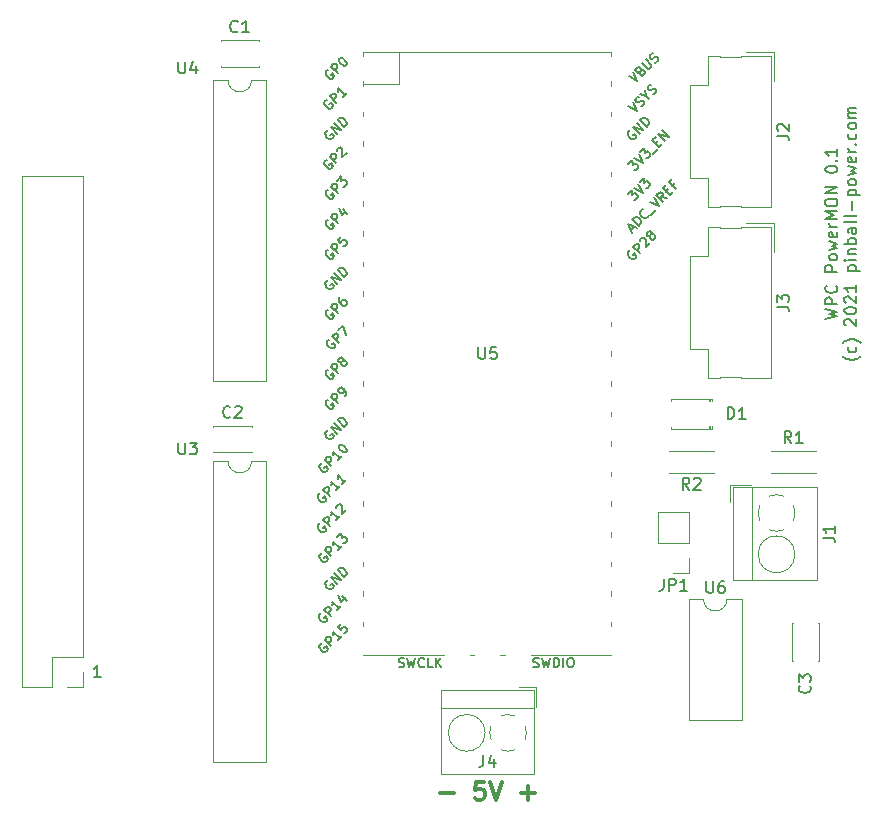
<source format=gbr>
%TF.GenerationSoftware,KiCad,Pcbnew,(5.99.0-13096-g792a8dca9d)*%
%TF.CreationDate,2021-11-07T07:43:55+01:00*%
%TF.ProjectId,wpcpowermon,77706370-6f77-4657-926d-6f6e2e6b6963,rev?*%
%TF.SameCoordinates,Original*%
%TF.FileFunction,Legend,Top*%
%TF.FilePolarity,Positive*%
%FSLAX46Y46*%
G04 Gerber Fmt 4.6, Leading zero omitted, Abs format (unit mm)*
G04 Created by KiCad (PCBNEW (5.99.0-13096-g792a8dca9d)) date 2021-11-07 07:43:55*
%MOMM*%
%LPD*%
G01*
G04 APERTURE LIST*
%ADD10C,0.300000*%
%ADD11C,0.150000*%
%ADD12C,0.120000*%
G04 APERTURE END LIST*
D10*
X117920000Y-127107142D02*
X119062857Y-127107142D01*
X121634285Y-126178571D02*
X120920000Y-126178571D01*
X120848571Y-126892857D01*
X120920000Y-126821428D01*
X121062857Y-126750000D01*
X121420000Y-126750000D01*
X121562857Y-126821428D01*
X121634285Y-126892857D01*
X121705714Y-127035714D01*
X121705714Y-127392857D01*
X121634285Y-127535714D01*
X121562857Y-127607142D01*
X121420000Y-127678571D01*
X121062857Y-127678571D01*
X120920000Y-127607142D01*
X120848571Y-127535714D01*
X122134285Y-126178571D02*
X122634285Y-127678571D01*
X123134285Y-126178571D01*
X124777142Y-127107142D02*
X125920000Y-127107142D01*
X125348571Y-127678571D02*
X125348571Y-126535714D01*
D11*
X89185714Y-117292380D02*
X88614285Y-117292380D01*
X88900000Y-117292380D02*
X88900000Y-116292380D01*
X88804761Y-116435238D01*
X88709523Y-116530476D01*
X88614285Y-116578095D01*
X150539380Y-86970285D02*
X151539380Y-86732190D01*
X150825095Y-86541714D01*
X151539380Y-86351238D01*
X150539380Y-86113142D01*
X151539380Y-85732190D02*
X150539380Y-85732190D01*
X150539380Y-85351238D01*
X150587000Y-85256000D01*
X150634619Y-85208380D01*
X150729857Y-85160761D01*
X150872714Y-85160761D01*
X150967952Y-85208380D01*
X151015571Y-85256000D01*
X151063190Y-85351238D01*
X151063190Y-85732190D01*
X151444142Y-84160761D02*
X151491761Y-84208380D01*
X151539380Y-84351238D01*
X151539380Y-84446476D01*
X151491761Y-84589333D01*
X151396523Y-84684571D01*
X151301285Y-84732190D01*
X151110809Y-84779809D01*
X150967952Y-84779809D01*
X150777476Y-84732190D01*
X150682238Y-84684571D01*
X150587000Y-84589333D01*
X150539380Y-84446476D01*
X150539380Y-84351238D01*
X150587000Y-84208380D01*
X150634619Y-84160761D01*
X151539380Y-82970285D02*
X150539380Y-82970285D01*
X150539380Y-82589333D01*
X150587000Y-82494095D01*
X150634619Y-82446476D01*
X150729857Y-82398857D01*
X150872714Y-82398857D01*
X150967952Y-82446476D01*
X151015571Y-82494095D01*
X151063190Y-82589333D01*
X151063190Y-82970285D01*
X151539380Y-81827428D02*
X151491761Y-81922666D01*
X151444142Y-81970285D01*
X151348904Y-82017904D01*
X151063190Y-82017904D01*
X150967952Y-81970285D01*
X150920333Y-81922666D01*
X150872714Y-81827428D01*
X150872714Y-81684571D01*
X150920333Y-81589333D01*
X150967952Y-81541714D01*
X151063190Y-81494095D01*
X151348904Y-81494095D01*
X151444142Y-81541714D01*
X151491761Y-81589333D01*
X151539380Y-81684571D01*
X151539380Y-81827428D01*
X150872714Y-81160761D02*
X151539380Y-80970285D01*
X151063190Y-80779809D01*
X151539380Y-80589333D01*
X150872714Y-80398857D01*
X151491761Y-79636952D02*
X151539380Y-79732190D01*
X151539380Y-79922666D01*
X151491761Y-80017904D01*
X151396523Y-80065523D01*
X151015571Y-80065523D01*
X150920333Y-80017904D01*
X150872714Y-79922666D01*
X150872714Y-79732190D01*
X150920333Y-79636952D01*
X151015571Y-79589333D01*
X151110809Y-79589333D01*
X151206047Y-80065523D01*
X151539380Y-79160761D02*
X150872714Y-79160761D01*
X151063190Y-79160761D02*
X150967952Y-79113142D01*
X150920333Y-79065523D01*
X150872714Y-78970285D01*
X150872714Y-78875047D01*
X151539380Y-78541714D02*
X150539380Y-78541714D01*
X151253666Y-78208380D01*
X150539380Y-77875047D01*
X151539380Y-77875047D01*
X150539380Y-77208380D02*
X150539380Y-77017904D01*
X150587000Y-76922666D01*
X150682238Y-76827428D01*
X150872714Y-76779809D01*
X151206047Y-76779809D01*
X151396523Y-76827428D01*
X151491761Y-76922666D01*
X151539380Y-77017904D01*
X151539380Y-77208380D01*
X151491761Y-77303619D01*
X151396523Y-77398857D01*
X151206047Y-77446476D01*
X150872714Y-77446476D01*
X150682238Y-77398857D01*
X150587000Y-77303619D01*
X150539380Y-77208380D01*
X151539380Y-76351238D02*
X150539380Y-76351238D01*
X151539380Y-75779809D01*
X150539380Y-75779809D01*
X150539380Y-74351238D02*
X150539380Y-74256000D01*
X150587000Y-74160761D01*
X150634619Y-74113142D01*
X150729857Y-74065523D01*
X150920333Y-74017904D01*
X151158428Y-74017904D01*
X151348904Y-74065523D01*
X151444142Y-74113142D01*
X151491761Y-74160761D01*
X151539380Y-74256000D01*
X151539380Y-74351238D01*
X151491761Y-74446476D01*
X151444142Y-74494095D01*
X151348904Y-74541714D01*
X151158428Y-74589333D01*
X150920333Y-74589333D01*
X150729857Y-74541714D01*
X150634619Y-74494095D01*
X150587000Y-74446476D01*
X150539380Y-74351238D01*
X151444142Y-73589333D02*
X151491761Y-73541714D01*
X151539380Y-73589333D01*
X151491761Y-73636952D01*
X151444142Y-73589333D01*
X151539380Y-73589333D01*
X151539380Y-72589333D02*
X151539380Y-73160761D01*
X151539380Y-72875047D02*
X150539380Y-72875047D01*
X150682238Y-72970285D01*
X150777476Y-73065523D01*
X150825095Y-73160761D01*
X153530333Y-90136952D02*
X153482714Y-90184571D01*
X153339857Y-90279809D01*
X153244619Y-90327428D01*
X153101761Y-90375047D01*
X152863666Y-90422666D01*
X152673190Y-90422666D01*
X152435095Y-90375047D01*
X152292238Y-90327428D01*
X152197000Y-90279809D01*
X152054142Y-90184571D01*
X152006523Y-90136952D01*
X153101761Y-89327428D02*
X153149380Y-89422666D01*
X153149380Y-89613142D01*
X153101761Y-89708380D01*
X153054142Y-89756000D01*
X152958904Y-89803619D01*
X152673190Y-89803619D01*
X152577952Y-89756000D01*
X152530333Y-89708380D01*
X152482714Y-89613142D01*
X152482714Y-89422666D01*
X152530333Y-89327428D01*
X153530333Y-88994095D02*
X153482714Y-88946476D01*
X153339857Y-88851238D01*
X153244619Y-88803619D01*
X153101761Y-88756000D01*
X152863666Y-88708380D01*
X152673190Y-88708380D01*
X152435095Y-88756000D01*
X152292238Y-88803619D01*
X152197000Y-88851238D01*
X152054142Y-88946476D01*
X152006523Y-88994095D01*
X152244619Y-87517904D02*
X152197000Y-87470285D01*
X152149380Y-87375047D01*
X152149380Y-87136952D01*
X152197000Y-87041714D01*
X152244619Y-86994095D01*
X152339857Y-86946476D01*
X152435095Y-86946476D01*
X152577952Y-86994095D01*
X153149380Y-87565523D01*
X153149380Y-86946476D01*
X152149380Y-86327428D02*
X152149380Y-86232190D01*
X152197000Y-86136952D01*
X152244619Y-86089333D01*
X152339857Y-86041714D01*
X152530333Y-85994095D01*
X152768428Y-85994095D01*
X152958904Y-86041714D01*
X153054142Y-86089333D01*
X153101761Y-86136952D01*
X153149380Y-86232190D01*
X153149380Y-86327428D01*
X153101761Y-86422666D01*
X153054142Y-86470285D01*
X152958904Y-86517904D01*
X152768428Y-86565523D01*
X152530333Y-86565523D01*
X152339857Y-86517904D01*
X152244619Y-86470285D01*
X152197000Y-86422666D01*
X152149380Y-86327428D01*
X152244619Y-85613142D02*
X152197000Y-85565523D01*
X152149380Y-85470285D01*
X152149380Y-85232190D01*
X152197000Y-85136952D01*
X152244619Y-85089333D01*
X152339857Y-85041714D01*
X152435095Y-85041714D01*
X152577952Y-85089333D01*
X153149380Y-85660761D01*
X153149380Y-85041714D01*
X153149380Y-84089333D02*
X153149380Y-84660761D01*
X153149380Y-84375047D02*
X152149380Y-84375047D01*
X152292238Y-84470285D01*
X152387476Y-84565523D01*
X152435095Y-84660761D01*
X152482714Y-82898857D02*
X153482714Y-82898857D01*
X152530333Y-82898857D02*
X152482714Y-82803619D01*
X152482714Y-82613142D01*
X152530333Y-82517904D01*
X152577952Y-82470285D01*
X152673190Y-82422666D01*
X152958904Y-82422666D01*
X153054142Y-82470285D01*
X153101761Y-82517904D01*
X153149380Y-82613142D01*
X153149380Y-82803619D01*
X153101761Y-82898857D01*
X153149380Y-81994095D02*
X152482714Y-81994095D01*
X152149380Y-81994095D02*
X152197000Y-82041714D01*
X152244619Y-81994095D01*
X152197000Y-81946476D01*
X152149380Y-81994095D01*
X152244619Y-81994095D01*
X152482714Y-81517904D02*
X153149380Y-81517904D01*
X152577952Y-81517904D02*
X152530333Y-81470285D01*
X152482714Y-81375047D01*
X152482714Y-81232190D01*
X152530333Y-81136952D01*
X152625571Y-81089333D01*
X153149380Y-81089333D01*
X153149380Y-80613142D02*
X152149380Y-80613142D01*
X152530333Y-80613142D02*
X152482714Y-80517904D01*
X152482714Y-80327428D01*
X152530333Y-80232190D01*
X152577952Y-80184571D01*
X152673190Y-80136952D01*
X152958904Y-80136952D01*
X153054142Y-80184571D01*
X153101761Y-80232190D01*
X153149380Y-80327428D01*
X153149380Y-80517904D01*
X153101761Y-80613142D01*
X153149380Y-79279809D02*
X152625571Y-79279809D01*
X152530333Y-79327428D01*
X152482714Y-79422666D01*
X152482714Y-79613142D01*
X152530333Y-79708380D01*
X153101761Y-79279809D02*
X153149380Y-79375047D01*
X153149380Y-79613142D01*
X153101761Y-79708380D01*
X153006523Y-79756000D01*
X152911285Y-79756000D01*
X152816047Y-79708380D01*
X152768428Y-79613142D01*
X152768428Y-79375047D01*
X152720809Y-79279809D01*
X153149380Y-78660761D02*
X153101761Y-78756000D01*
X153006523Y-78803619D01*
X152149380Y-78803619D01*
X153149380Y-78136952D02*
X153101761Y-78232190D01*
X153006523Y-78279809D01*
X152149380Y-78279809D01*
X152768428Y-77756000D02*
X152768428Y-76994095D01*
X152482714Y-76517904D02*
X153482714Y-76517904D01*
X152530333Y-76517904D02*
X152482714Y-76422666D01*
X152482714Y-76232190D01*
X152530333Y-76136952D01*
X152577952Y-76089333D01*
X152673190Y-76041714D01*
X152958904Y-76041714D01*
X153054142Y-76089333D01*
X153101761Y-76136952D01*
X153149380Y-76232190D01*
X153149380Y-76422666D01*
X153101761Y-76517904D01*
X153149380Y-75470285D02*
X153101761Y-75565523D01*
X153054142Y-75613142D01*
X152958904Y-75660761D01*
X152673190Y-75660761D01*
X152577952Y-75613142D01*
X152530333Y-75565523D01*
X152482714Y-75470285D01*
X152482714Y-75327428D01*
X152530333Y-75232190D01*
X152577952Y-75184571D01*
X152673190Y-75136952D01*
X152958904Y-75136952D01*
X153054142Y-75184571D01*
X153101761Y-75232190D01*
X153149380Y-75327428D01*
X153149380Y-75470285D01*
X152482714Y-74803619D02*
X153149380Y-74613142D01*
X152673190Y-74422666D01*
X153149380Y-74232190D01*
X152482714Y-74041714D01*
X153101761Y-73279809D02*
X153149380Y-73375047D01*
X153149380Y-73565523D01*
X153101761Y-73660761D01*
X153006523Y-73708380D01*
X152625571Y-73708380D01*
X152530333Y-73660761D01*
X152482714Y-73565523D01*
X152482714Y-73375047D01*
X152530333Y-73279809D01*
X152625571Y-73232190D01*
X152720809Y-73232190D01*
X152816047Y-73708380D01*
X153149380Y-72803619D02*
X152482714Y-72803619D01*
X152673190Y-72803619D02*
X152577952Y-72756000D01*
X152530333Y-72708380D01*
X152482714Y-72613142D01*
X152482714Y-72517904D01*
X153054142Y-72184571D02*
X153101761Y-72136952D01*
X153149380Y-72184571D01*
X153101761Y-72232190D01*
X153054142Y-72184571D01*
X153149380Y-72184571D01*
X153101761Y-71279809D02*
X153149380Y-71375047D01*
X153149380Y-71565523D01*
X153101761Y-71660761D01*
X153054142Y-71708380D01*
X152958904Y-71756000D01*
X152673190Y-71756000D01*
X152577952Y-71708380D01*
X152530333Y-71660761D01*
X152482714Y-71565523D01*
X152482714Y-71375047D01*
X152530333Y-71279809D01*
X153149380Y-70708380D02*
X153101761Y-70803619D01*
X153054142Y-70851238D01*
X152958904Y-70898857D01*
X152673190Y-70898857D01*
X152577952Y-70851238D01*
X152530333Y-70803619D01*
X152482714Y-70708380D01*
X152482714Y-70565523D01*
X152530333Y-70470285D01*
X152577952Y-70422666D01*
X152673190Y-70375047D01*
X152958904Y-70375047D01*
X153054142Y-70422666D01*
X153101761Y-70470285D01*
X153149380Y-70565523D01*
X153149380Y-70708380D01*
X153149380Y-69946476D02*
X152482714Y-69946476D01*
X152577952Y-69946476D02*
X152530333Y-69898857D01*
X152482714Y-69803619D01*
X152482714Y-69660761D01*
X152530333Y-69565523D01*
X152625571Y-69517904D01*
X153149380Y-69517904D01*
X152625571Y-69517904D02*
X152530333Y-69470285D01*
X152482714Y-69375047D01*
X152482714Y-69232190D01*
X152530333Y-69136952D01*
X152625571Y-69089333D01*
X153149380Y-69089333D01*
%TO.C,J4*%
X121586666Y-123912380D02*
X121586666Y-124626666D01*
X121539047Y-124769523D01*
X121443809Y-124864761D01*
X121300952Y-124912380D01*
X121205714Y-124912380D01*
X122491428Y-124245714D02*
X122491428Y-124912380D01*
X122253333Y-123864761D02*
X122015238Y-124579047D01*
X122634285Y-124579047D01*
%TO.C,U6*%
X140462095Y-109180380D02*
X140462095Y-109989904D01*
X140509714Y-110085142D01*
X140557333Y-110132761D01*
X140652571Y-110180380D01*
X140843047Y-110180380D01*
X140938285Y-110132761D01*
X140985904Y-110085142D01*
X141033523Y-109989904D01*
X141033523Y-109180380D01*
X141938285Y-109180380D02*
X141747809Y-109180380D01*
X141652571Y-109228000D01*
X141604952Y-109275619D01*
X141509714Y-109418476D01*
X141462095Y-109608952D01*
X141462095Y-109989904D01*
X141509714Y-110085142D01*
X141557333Y-110132761D01*
X141652571Y-110180380D01*
X141843047Y-110180380D01*
X141938285Y-110132761D01*
X141985904Y-110085142D01*
X142033523Y-109989904D01*
X142033523Y-109751809D01*
X141985904Y-109656571D01*
X141938285Y-109608952D01*
X141843047Y-109561333D01*
X141652571Y-109561333D01*
X141557333Y-109608952D01*
X141509714Y-109656571D01*
X141462095Y-109751809D01*
%TO.C,C3*%
X149201142Y-118022666D02*
X149248761Y-118070285D01*
X149296380Y-118213142D01*
X149296380Y-118308380D01*
X149248761Y-118451238D01*
X149153523Y-118546476D01*
X149058285Y-118594095D01*
X148867809Y-118641714D01*
X148724952Y-118641714D01*
X148534476Y-118594095D01*
X148439238Y-118546476D01*
X148344000Y-118451238D01*
X148296380Y-118308380D01*
X148296380Y-118213142D01*
X148344000Y-118070285D01*
X148391619Y-118022666D01*
X148296380Y-117689333D02*
X148296380Y-117070285D01*
X148677333Y-117403619D01*
X148677333Y-117260761D01*
X148724952Y-117165523D01*
X148772571Y-117117904D01*
X148867809Y-117070285D01*
X149105904Y-117070285D01*
X149201142Y-117117904D01*
X149248761Y-117165523D01*
X149296380Y-117260761D01*
X149296380Y-117546476D01*
X149248761Y-117641714D01*
X149201142Y-117689333D01*
%TO.C,JP1*%
X136834666Y-108970380D02*
X136834666Y-109684666D01*
X136787047Y-109827523D01*
X136691809Y-109922761D01*
X136548952Y-109970380D01*
X136453714Y-109970380D01*
X137310857Y-109970380D02*
X137310857Y-108970380D01*
X137691809Y-108970380D01*
X137787047Y-109018000D01*
X137834666Y-109065619D01*
X137882285Y-109160857D01*
X137882285Y-109303714D01*
X137834666Y-109398952D01*
X137787047Y-109446571D01*
X137691809Y-109494190D01*
X137310857Y-109494190D01*
X138834666Y-109970380D02*
X138263238Y-109970380D01*
X138548952Y-109970380D02*
X138548952Y-108970380D01*
X138453714Y-109113238D01*
X138358476Y-109208476D01*
X138263238Y-109256095D01*
%TO.C,U3*%
X95758095Y-97452380D02*
X95758095Y-98261904D01*
X95805714Y-98357142D01*
X95853333Y-98404761D01*
X95948571Y-98452380D01*
X96139047Y-98452380D01*
X96234285Y-98404761D01*
X96281904Y-98357142D01*
X96329523Y-98261904D01*
X96329523Y-97452380D01*
X96710476Y-97452380D02*
X97329523Y-97452380D01*
X96996190Y-97833333D01*
X97139047Y-97833333D01*
X97234285Y-97880952D01*
X97281904Y-97928571D01*
X97329523Y-98023809D01*
X97329523Y-98261904D01*
X97281904Y-98357142D01*
X97234285Y-98404761D01*
X97139047Y-98452380D01*
X96853333Y-98452380D01*
X96758095Y-98404761D01*
X96710476Y-98357142D01*
%TO.C,C1*%
X100778333Y-62623142D02*
X100730714Y-62670761D01*
X100587857Y-62718380D01*
X100492619Y-62718380D01*
X100349761Y-62670761D01*
X100254523Y-62575523D01*
X100206904Y-62480285D01*
X100159285Y-62289809D01*
X100159285Y-62146952D01*
X100206904Y-61956476D01*
X100254523Y-61861238D01*
X100349761Y-61766000D01*
X100492619Y-61718380D01*
X100587857Y-61718380D01*
X100730714Y-61766000D01*
X100778333Y-61813619D01*
X101730714Y-62718380D02*
X101159285Y-62718380D01*
X101445000Y-62718380D02*
X101445000Y-61718380D01*
X101349761Y-61861238D01*
X101254523Y-61956476D01*
X101159285Y-62004095D01*
%TO.C,U4*%
X95758095Y-65194380D02*
X95758095Y-66003904D01*
X95805714Y-66099142D01*
X95853333Y-66146761D01*
X95948571Y-66194380D01*
X96139047Y-66194380D01*
X96234285Y-66146761D01*
X96281904Y-66099142D01*
X96329523Y-66003904D01*
X96329523Y-65194380D01*
X97234285Y-65527714D02*
X97234285Y-66194380D01*
X96996190Y-65146761D02*
X96758095Y-65861047D01*
X97377142Y-65861047D01*
%TO.C,C2*%
X100163333Y-95262142D02*
X100115714Y-95309761D01*
X99972857Y-95357380D01*
X99877619Y-95357380D01*
X99734761Y-95309761D01*
X99639523Y-95214523D01*
X99591904Y-95119285D01*
X99544285Y-94928809D01*
X99544285Y-94785952D01*
X99591904Y-94595476D01*
X99639523Y-94500238D01*
X99734761Y-94405000D01*
X99877619Y-94357380D01*
X99972857Y-94357380D01*
X100115714Y-94405000D01*
X100163333Y-94452619D01*
X100544285Y-94452619D02*
X100591904Y-94405000D01*
X100687142Y-94357380D01*
X100925238Y-94357380D01*
X101020476Y-94405000D01*
X101068095Y-94452619D01*
X101115714Y-94547857D01*
X101115714Y-94643095D01*
X101068095Y-94785952D01*
X100496666Y-95357380D01*
X101115714Y-95357380D01*
%TO.C,R1*%
X147661333Y-97480380D02*
X147328000Y-97004190D01*
X147089904Y-97480380D02*
X147089904Y-96480380D01*
X147470857Y-96480380D01*
X147566095Y-96528000D01*
X147613714Y-96575619D01*
X147661333Y-96670857D01*
X147661333Y-96813714D01*
X147613714Y-96908952D01*
X147566095Y-96956571D01*
X147470857Y-97004190D01*
X147089904Y-97004190D01*
X148613714Y-97480380D02*
X148042285Y-97480380D01*
X148328000Y-97480380D02*
X148328000Y-96480380D01*
X148232761Y-96623238D01*
X148137523Y-96718476D01*
X148042285Y-96766095D01*
%TO.C,J1*%
X150316380Y-105489333D02*
X151030666Y-105489333D01*
X151173523Y-105536952D01*
X151268761Y-105632190D01*
X151316380Y-105775047D01*
X151316380Y-105870285D01*
X151316380Y-104489333D02*
X151316380Y-105060761D01*
X151316380Y-104775047D02*
X150316380Y-104775047D01*
X150459238Y-104870285D01*
X150554476Y-104965523D01*
X150602095Y-105060761D01*
%TO.C,D1*%
X142268904Y-95448380D02*
X142268904Y-94448380D01*
X142507000Y-94448380D01*
X142649857Y-94496000D01*
X142745095Y-94591238D01*
X142792714Y-94686476D01*
X142840333Y-94876952D01*
X142840333Y-95019809D01*
X142792714Y-95210285D01*
X142745095Y-95305523D01*
X142649857Y-95400761D01*
X142507000Y-95448380D01*
X142268904Y-95448380D01*
X143792714Y-95448380D02*
X143221285Y-95448380D01*
X143507000Y-95448380D02*
X143507000Y-94448380D01*
X143411761Y-94591238D01*
X143316523Y-94686476D01*
X143221285Y-94734095D01*
%TO.C,J3*%
X146458380Y-85931333D02*
X147172666Y-85931333D01*
X147315523Y-85978952D01*
X147410761Y-86074190D01*
X147458380Y-86217047D01*
X147458380Y-86312285D01*
X146458380Y-85550380D02*
X146458380Y-84931333D01*
X146839333Y-85264666D01*
X146839333Y-85121809D01*
X146886952Y-85026571D01*
X146934571Y-84978952D01*
X147029809Y-84931333D01*
X147267904Y-84931333D01*
X147363142Y-84978952D01*
X147410761Y-85026571D01*
X147458380Y-85121809D01*
X147458380Y-85407523D01*
X147410761Y-85502761D01*
X147363142Y-85550380D01*
%TO.C,J2*%
X146458380Y-71453333D02*
X147172666Y-71453333D01*
X147315523Y-71500952D01*
X147410761Y-71596190D01*
X147458380Y-71739047D01*
X147458380Y-71834285D01*
X146553619Y-71024761D02*
X146506000Y-70977142D01*
X146458380Y-70881904D01*
X146458380Y-70643809D01*
X146506000Y-70548571D01*
X146553619Y-70500952D01*
X146648857Y-70453333D01*
X146744095Y-70453333D01*
X146886952Y-70500952D01*
X147458380Y-71072380D01*
X147458380Y-70453333D01*
%TO.C,U5*%
X121158095Y-89368380D02*
X121158095Y-90177904D01*
X121205714Y-90273142D01*
X121253333Y-90320761D01*
X121348571Y-90368380D01*
X121539047Y-90368380D01*
X121634285Y-90320761D01*
X121681904Y-90273142D01*
X121729523Y-90177904D01*
X121729523Y-89368380D01*
X122681904Y-89368380D02*
X122205714Y-89368380D01*
X122158095Y-89844571D01*
X122205714Y-89796952D01*
X122300952Y-89749333D01*
X122539047Y-89749333D01*
X122634285Y-89796952D01*
X122681904Y-89844571D01*
X122729523Y-89939809D01*
X122729523Y-90177904D01*
X122681904Y-90273142D01*
X122634285Y-90320761D01*
X122539047Y-90368380D01*
X122300952Y-90368380D01*
X122205714Y-90320761D01*
X122158095Y-90273142D01*
X108333096Y-68437218D02*
X108252284Y-68464155D01*
X108171471Y-68544967D01*
X108117597Y-68652717D01*
X108117597Y-68760467D01*
X108144534Y-68841279D01*
X108225346Y-68975966D01*
X108306158Y-69056778D01*
X108440845Y-69137590D01*
X108521658Y-69164528D01*
X108629407Y-69164528D01*
X108737157Y-69110653D01*
X108791032Y-69056778D01*
X108844906Y-68949028D01*
X108844906Y-68895154D01*
X108656345Y-68706592D01*
X108548595Y-68814341D01*
X109141218Y-68706592D02*
X108575532Y-68140906D01*
X108791032Y-67925407D01*
X108871844Y-67898470D01*
X108925719Y-67898470D01*
X109006531Y-67925407D01*
X109087343Y-68006219D01*
X109114280Y-68087032D01*
X109114280Y-68140906D01*
X109087343Y-68221719D01*
X108871844Y-68437218D01*
X110003215Y-67844595D02*
X109679966Y-68167844D01*
X109841590Y-68006219D02*
X109275905Y-67440534D01*
X109302842Y-67575221D01*
X109302842Y-67682971D01*
X109275905Y-67763783D01*
X108433096Y-86227218D02*
X108352284Y-86254155D01*
X108271471Y-86334967D01*
X108217597Y-86442717D01*
X108217597Y-86550467D01*
X108244534Y-86631279D01*
X108325346Y-86765966D01*
X108406158Y-86846778D01*
X108540845Y-86927590D01*
X108621658Y-86954528D01*
X108729407Y-86954528D01*
X108837157Y-86900653D01*
X108891032Y-86846778D01*
X108944906Y-86739028D01*
X108944906Y-86685154D01*
X108756345Y-86496592D01*
X108648595Y-86604341D01*
X109241218Y-86496592D02*
X108675532Y-85930906D01*
X108891032Y-85715407D01*
X108971844Y-85688470D01*
X109025719Y-85688470D01*
X109106531Y-85715407D01*
X109187343Y-85796219D01*
X109214280Y-85877032D01*
X109214280Y-85930906D01*
X109187343Y-86011719D01*
X108971844Y-86227218D01*
X109483654Y-85122784D02*
X109375905Y-85230534D01*
X109348967Y-85311346D01*
X109348967Y-85365221D01*
X109375905Y-85499908D01*
X109456717Y-85634595D01*
X109672216Y-85850094D01*
X109753028Y-85877032D01*
X109806903Y-85877032D01*
X109887715Y-85850094D01*
X109995465Y-85742345D01*
X110022402Y-85661532D01*
X110022402Y-85607658D01*
X109995465Y-85526845D01*
X109860778Y-85392158D01*
X109779966Y-85365221D01*
X109726091Y-85365221D01*
X109645279Y-85392158D01*
X109537529Y-85499908D01*
X109510592Y-85580720D01*
X109510592Y-85634595D01*
X109537529Y-85715407D01*
X133842131Y-73874308D02*
X134192317Y-73524122D01*
X134219255Y-73928183D01*
X134300067Y-73847370D01*
X134380879Y-73820433D01*
X134434754Y-73820433D01*
X134515566Y-73847370D01*
X134650253Y-73982057D01*
X134677190Y-74062870D01*
X134677190Y-74116744D01*
X134650253Y-74197557D01*
X134488629Y-74359181D01*
X134407816Y-74386118D01*
X134353942Y-74386118D01*
X134353942Y-73362497D02*
X135108189Y-73739621D01*
X134731065Y-72985374D01*
X134865752Y-72850687D02*
X135215938Y-72500500D01*
X135242876Y-72904561D01*
X135323688Y-72823749D01*
X135404500Y-72796812D01*
X135458375Y-72796812D01*
X135539187Y-72823749D01*
X135673874Y-72958436D01*
X135700812Y-73039248D01*
X135700812Y-73093123D01*
X135673874Y-73173935D01*
X135512250Y-73335560D01*
X135431438Y-73362497D01*
X135377563Y-73362497D01*
X135943248Y-73012311D02*
X136374247Y-72581312D01*
X136158748Y-72096439D02*
X136347309Y-71907877D01*
X136724433Y-72123377D02*
X136455059Y-72392751D01*
X135889374Y-71827065D01*
X136158748Y-71557691D01*
X136966870Y-71880940D02*
X136401184Y-71315255D01*
X137290118Y-71557691D01*
X136724433Y-70992006D01*
X107863722Y-111896592D02*
X107782910Y-111923529D01*
X107702097Y-112004341D01*
X107648223Y-112112091D01*
X107648223Y-112219841D01*
X107675160Y-112300653D01*
X107755972Y-112435340D01*
X107836784Y-112516152D01*
X107971471Y-112596964D01*
X108052284Y-112623902D01*
X108160033Y-112623902D01*
X108267783Y-112570027D01*
X108321658Y-112516152D01*
X108375532Y-112408402D01*
X108375532Y-112354528D01*
X108186971Y-112165966D01*
X108079221Y-112273715D01*
X108671844Y-112165966D02*
X108106158Y-111600280D01*
X108321658Y-111384781D01*
X108402470Y-111357844D01*
X108456345Y-111357844D01*
X108537157Y-111384781D01*
X108617969Y-111465593D01*
X108644906Y-111546406D01*
X108644906Y-111600280D01*
X108617969Y-111681093D01*
X108402470Y-111896592D01*
X109533841Y-111303969D02*
X109210592Y-111627218D01*
X109372216Y-111465593D02*
X108806531Y-110899908D01*
X108833468Y-111034595D01*
X108833468Y-111142345D01*
X108806531Y-111223157D01*
X109641590Y-110441972D02*
X110018714Y-110819096D01*
X109291404Y-110361160D02*
X109560778Y-110899908D01*
X109910964Y-110549722D01*
X108533096Y-88737218D02*
X108452284Y-88764155D01*
X108371471Y-88844967D01*
X108317597Y-88952717D01*
X108317597Y-89060467D01*
X108344534Y-89141279D01*
X108425346Y-89275966D01*
X108506158Y-89356778D01*
X108640845Y-89437590D01*
X108721658Y-89464528D01*
X108829407Y-89464528D01*
X108937157Y-89410653D01*
X108991032Y-89356778D01*
X109044906Y-89249028D01*
X109044906Y-89195154D01*
X108856345Y-89006592D01*
X108748595Y-89114341D01*
X109341218Y-89006592D02*
X108775532Y-88440906D01*
X108991032Y-88225407D01*
X109071844Y-88198470D01*
X109125719Y-88198470D01*
X109206531Y-88225407D01*
X109287343Y-88306219D01*
X109314280Y-88387032D01*
X109314280Y-88440906D01*
X109287343Y-88521719D01*
X109071844Y-88737218D01*
X109287343Y-87929096D02*
X109664467Y-87551972D01*
X109987715Y-88360094D01*
X108406158Y-71014155D02*
X108325346Y-71041093D01*
X108244534Y-71121905D01*
X108190659Y-71229654D01*
X108190659Y-71337404D01*
X108217597Y-71418216D01*
X108298409Y-71552903D01*
X108379221Y-71633715D01*
X108513908Y-71714528D01*
X108594720Y-71741465D01*
X108702470Y-71741465D01*
X108810219Y-71687590D01*
X108864094Y-71633715D01*
X108917969Y-71525966D01*
X108917969Y-71472091D01*
X108729407Y-71283529D01*
X108621658Y-71391279D01*
X109214280Y-71283529D02*
X108648595Y-70717844D01*
X109537529Y-70960280D01*
X108971844Y-70394595D01*
X109806903Y-70690906D02*
X109241218Y-70125221D01*
X109375905Y-69990534D01*
X109483654Y-69936659D01*
X109591404Y-69936659D01*
X109672216Y-69963597D01*
X109806903Y-70044409D01*
X109887715Y-70125221D01*
X109968528Y-70259908D01*
X109995465Y-70340720D01*
X109995465Y-70448470D01*
X109941590Y-70556219D01*
X109806903Y-70690906D01*
X125824761Y-116439809D02*
X125939047Y-116477904D01*
X126129523Y-116477904D01*
X126205714Y-116439809D01*
X126243809Y-116401714D01*
X126281904Y-116325523D01*
X126281904Y-116249333D01*
X126243809Y-116173142D01*
X126205714Y-116135047D01*
X126129523Y-116096952D01*
X125977142Y-116058857D01*
X125900952Y-116020761D01*
X125862857Y-115982666D01*
X125824761Y-115906476D01*
X125824761Y-115830285D01*
X125862857Y-115754095D01*
X125900952Y-115716000D01*
X125977142Y-115677904D01*
X126167619Y-115677904D01*
X126281904Y-115716000D01*
X126548571Y-115677904D02*
X126739047Y-116477904D01*
X126891428Y-115906476D01*
X127043809Y-116477904D01*
X127234285Y-115677904D01*
X127539047Y-116477904D02*
X127539047Y-115677904D01*
X127729523Y-115677904D01*
X127843809Y-115716000D01*
X127920000Y-115792190D01*
X127958095Y-115868380D01*
X127996190Y-116020761D01*
X127996190Y-116135047D01*
X127958095Y-116287428D01*
X127920000Y-116363619D01*
X127843809Y-116439809D01*
X127729523Y-116477904D01*
X127539047Y-116477904D01*
X128339047Y-116477904D02*
X128339047Y-115677904D01*
X128872380Y-115677904D02*
X129024761Y-115677904D01*
X129100952Y-115716000D01*
X129177142Y-115792190D01*
X129215238Y-115944571D01*
X129215238Y-116211238D01*
X129177142Y-116363619D01*
X129100952Y-116439809D01*
X129024761Y-116477904D01*
X128872380Y-116477904D01*
X128796190Y-116439809D01*
X128720000Y-116363619D01*
X128681904Y-116211238D01*
X128681904Y-115944571D01*
X128720000Y-115792190D01*
X128796190Y-115716000D01*
X128872380Y-115677904D01*
X108433096Y-81147218D02*
X108352284Y-81174155D01*
X108271471Y-81254967D01*
X108217597Y-81362717D01*
X108217597Y-81470467D01*
X108244534Y-81551279D01*
X108325346Y-81685966D01*
X108406158Y-81766778D01*
X108540845Y-81847590D01*
X108621658Y-81874528D01*
X108729407Y-81874528D01*
X108837157Y-81820653D01*
X108891032Y-81766778D01*
X108944906Y-81659028D01*
X108944906Y-81605154D01*
X108756345Y-81416592D01*
X108648595Y-81524341D01*
X109241218Y-81416592D02*
X108675532Y-80850906D01*
X108891032Y-80635407D01*
X108971844Y-80608470D01*
X109025719Y-80608470D01*
X109106531Y-80635407D01*
X109187343Y-80716219D01*
X109214280Y-80797032D01*
X109214280Y-80850906D01*
X109187343Y-80931719D01*
X108971844Y-81147218D01*
X109510592Y-80015847D02*
X109241218Y-80285221D01*
X109483654Y-80581532D01*
X109483654Y-80527658D01*
X109510592Y-80446845D01*
X109645279Y-80312158D01*
X109726091Y-80285221D01*
X109779966Y-80285221D01*
X109860778Y-80312158D01*
X109995465Y-80446845D01*
X110022402Y-80527658D01*
X110022402Y-80581532D01*
X109995465Y-80662345D01*
X109860778Y-80797032D01*
X109779966Y-80823969D01*
X109726091Y-80823969D01*
X107763722Y-101736592D02*
X107682910Y-101763529D01*
X107602097Y-101844341D01*
X107548223Y-101952091D01*
X107548223Y-102059841D01*
X107575160Y-102140653D01*
X107655972Y-102275340D01*
X107736784Y-102356152D01*
X107871471Y-102436964D01*
X107952284Y-102463902D01*
X108060033Y-102463902D01*
X108167783Y-102410027D01*
X108221658Y-102356152D01*
X108275532Y-102248402D01*
X108275532Y-102194528D01*
X108086971Y-102005966D01*
X107979221Y-102113715D01*
X108571844Y-102005966D02*
X108006158Y-101440280D01*
X108221658Y-101224781D01*
X108302470Y-101197844D01*
X108356345Y-101197844D01*
X108437157Y-101224781D01*
X108517969Y-101305593D01*
X108544906Y-101386406D01*
X108544906Y-101440280D01*
X108517969Y-101521093D01*
X108302470Y-101736592D01*
X109433841Y-101143969D02*
X109110592Y-101467218D01*
X109272216Y-101305593D02*
X108706531Y-100739908D01*
X108733468Y-100874595D01*
X108733468Y-100982345D01*
X108706531Y-101063157D01*
X109972589Y-100605221D02*
X109649340Y-100928470D01*
X109810964Y-100766845D02*
X109245279Y-100201160D01*
X109272216Y-100335847D01*
X109272216Y-100443597D01*
X109245279Y-100524409D01*
X134017722Y-81162592D02*
X133936910Y-81189529D01*
X133856097Y-81270341D01*
X133802223Y-81378091D01*
X133802223Y-81485841D01*
X133829160Y-81566653D01*
X133909972Y-81701340D01*
X133990784Y-81782152D01*
X134125471Y-81862964D01*
X134206284Y-81889902D01*
X134314033Y-81889902D01*
X134421783Y-81836027D01*
X134475658Y-81782152D01*
X134529532Y-81674402D01*
X134529532Y-81620528D01*
X134340971Y-81431966D01*
X134233221Y-81539715D01*
X134825844Y-81431966D02*
X134260158Y-80866280D01*
X134475658Y-80650781D01*
X134556470Y-80623844D01*
X134610345Y-80623844D01*
X134691157Y-80650781D01*
X134771969Y-80731593D01*
X134798906Y-80812406D01*
X134798906Y-80866280D01*
X134771969Y-80947093D01*
X134556470Y-81162592D01*
X134852781Y-80381407D02*
X134852781Y-80327532D01*
X134879719Y-80246720D01*
X135014406Y-80112033D01*
X135095218Y-80085096D01*
X135149093Y-80085096D01*
X135229905Y-80112033D01*
X135283780Y-80165908D01*
X135337654Y-80273658D01*
X135337654Y-80920155D01*
X135687841Y-80569969D01*
X135687841Y-79923471D02*
X135607028Y-79950409D01*
X135553154Y-79950409D01*
X135472341Y-79923471D01*
X135445404Y-79896534D01*
X135418467Y-79815722D01*
X135418467Y-79761847D01*
X135445404Y-79681035D01*
X135553154Y-79573285D01*
X135633966Y-79546348D01*
X135687841Y-79546348D01*
X135768653Y-79573285D01*
X135795590Y-79600223D01*
X135822528Y-79681035D01*
X135822528Y-79734910D01*
X135795590Y-79815722D01*
X135687841Y-79923471D01*
X135660903Y-80004284D01*
X135660903Y-80058158D01*
X135687841Y-80138971D01*
X135795590Y-80246720D01*
X135876402Y-80273658D01*
X135930277Y-80273658D01*
X136011089Y-80246720D01*
X136118839Y-80138971D01*
X136145776Y-80058158D01*
X136145776Y-80004284D01*
X136118839Y-79923471D01*
X136011089Y-79815722D01*
X135930277Y-79788784D01*
X135876402Y-79788784D01*
X135795590Y-79815722D01*
X108406158Y-96414155D02*
X108325346Y-96441093D01*
X108244534Y-96521905D01*
X108190659Y-96629654D01*
X108190659Y-96737404D01*
X108217597Y-96818216D01*
X108298409Y-96952903D01*
X108379221Y-97033715D01*
X108513908Y-97114528D01*
X108594720Y-97141465D01*
X108702470Y-97141465D01*
X108810219Y-97087590D01*
X108864094Y-97033715D01*
X108917969Y-96925966D01*
X108917969Y-96872091D01*
X108729407Y-96683529D01*
X108621658Y-96791279D01*
X109214280Y-96683529D02*
X108648595Y-96117844D01*
X109537529Y-96360280D01*
X108971844Y-95794595D01*
X109806903Y-96090906D02*
X109241218Y-95525221D01*
X109375905Y-95390534D01*
X109483654Y-95336659D01*
X109591404Y-95336659D01*
X109672216Y-95363597D01*
X109806903Y-95444409D01*
X109887715Y-95525221D01*
X109968528Y-95659908D01*
X109995465Y-95740720D01*
X109995465Y-95848470D01*
X109941590Y-95956219D01*
X109806903Y-96090906D01*
X133809847Y-76406592D02*
X134160033Y-76056406D01*
X134186971Y-76460467D01*
X134267783Y-76379654D01*
X134348595Y-76352717D01*
X134402470Y-76352717D01*
X134483282Y-76379654D01*
X134617969Y-76514341D01*
X134644906Y-76595154D01*
X134644906Y-76649028D01*
X134617969Y-76729841D01*
X134456345Y-76891465D01*
X134375532Y-76918402D01*
X134321658Y-76918402D01*
X134321658Y-75894781D02*
X135075905Y-76271905D01*
X134698781Y-75517658D01*
X134833468Y-75382971D02*
X135183654Y-75032784D01*
X135210592Y-75436845D01*
X135291404Y-75356033D01*
X135372216Y-75329096D01*
X135426091Y-75329096D01*
X135506903Y-75356033D01*
X135641590Y-75490720D01*
X135668528Y-75571532D01*
X135668528Y-75625407D01*
X135641590Y-75706219D01*
X135479966Y-75867844D01*
X135399154Y-75894781D01*
X135345279Y-75894781D01*
X107909722Y-99196592D02*
X107828910Y-99223529D01*
X107748097Y-99304341D01*
X107694223Y-99412091D01*
X107694223Y-99519841D01*
X107721160Y-99600653D01*
X107801972Y-99735340D01*
X107882784Y-99816152D01*
X108017471Y-99896964D01*
X108098284Y-99923902D01*
X108206033Y-99923902D01*
X108313783Y-99870027D01*
X108367658Y-99816152D01*
X108421532Y-99708402D01*
X108421532Y-99654528D01*
X108232971Y-99465966D01*
X108125221Y-99573715D01*
X108717844Y-99465966D02*
X108152158Y-98900280D01*
X108367658Y-98684781D01*
X108448470Y-98657844D01*
X108502345Y-98657844D01*
X108583157Y-98684781D01*
X108663969Y-98765593D01*
X108690906Y-98846406D01*
X108690906Y-98900280D01*
X108663969Y-98981093D01*
X108448470Y-99196592D01*
X109579841Y-98603969D02*
X109256592Y-98927218D01*
X109418216Y-98765593D02*
X108852531Y-98199908D01*
X108879468Y-98334595D01*
X108879468Y-98442345D01*
X108852531Y-98523157D01*
X109364341Y-97688097D02*
X109418216Y-97634223D01*
X109499028Y-97607285D01*
X109552903Y-97607285D01*
X109633715Y-97634223D01*
X109768402Y-97715035D01*
X109903089Y-97849722D01*
X109983902Y-97984409D01*
X110010839Y-98065221D01*
X110010839Y-98119096D01*
X109983902Y-98199908D01*
X109930027Y-98253783D01*
X109849215Y-98280720D01*
X109795340Y-98280720D01*
X109714528Y-98253783D01*
X109579841Y-98172971D01*
X109445154Y-98038284D01*
X109364341Y-97903597D01*
X109337404Y-97822784D01*
X109337404Y-97768910D01*
X109364341Y-97688097D01*
X133873129Y-66443309D02*
X134627377Y-66820433D01*
X134250253Y-66066186D01*
X134896751Y-65958436D02*
X135004500Y-65904561D01*
X135058375Y-65904561D01*
X135139187Y-65931499D01*
X135220000Y-66012311D01*
X135246937Y-66093123D01*
X135246937Y-66146998D01*
X135220000Y-66227810D01*
X135004500Y-66443309D01*
X134438815Y-65877624D01*
X134627377Y-65689062D01*
X134708189Y-65662125D01*
X134762064Y-65662125D01*
X134842876Y-65689062D01*
X134896751Y-65742937D01*
X134923688Y-65823749D01*
X134923688Y-65877624D01*
X134896751Y-65958436D01*
X134708189Y-66146998D01*
X135004500Y-65311938D02*
X135462436Y-65769874D01*
X135543248Y-65796812D01*
X135597123Y-65796812D01*
X135677935Y-65769874D01*
X135785685Y-65662125D01*
X135812622Y-65581312D01*
X135812622Y-65527438D01*
X135785685Y-65446625D01*
X135327749Y-64988690D01*
X136108934Y-65285001D02*
X136216683Y-65231126D01*
X136351370Y-65096439D01*
X136378308Y-65015627D01*
X136378308Y-64961752D01*
X136351370Y-64880940D01*
X136297496Y-64827065D01*
X136216683Y-64800128D01*
X136162809Y-64800128D01*
X136081996Y-64827065D01*
X135947309Y-64907877D01*
X135866497Y-64934815D01*
X135812622Y-64934815D01*
X135731810Y-64907877D01*
X135677935Y-64854003D01*
X135650998Y-64773190D01*
X135650998Y-64719316D01*
X135677935Y-64638503D01*
X135812622Y-64503816D01*
X135920372Y-64449942D01*
X134074788Y-79449773D02*
X134344162Y-79180399D01*
X134182537Y-79665272D02*
X133805414Y-78911025D01*
X134559661Y-79288149D01*
X134748223Y-79099587D02*
X134182537Y-78533902D01*
X134317224Y-78399215D01*
X134424974Y-78345340D01*
X134532723Y-78345340D01*
X134613536Y-78372277D01*
X134748223Y-78453089D01*
X134829035Y-78533902D01*
X134909847Y-78668589D01*
X134936784Y-78749401D01*
X134936784Y-78857150D01*
X134882910Y-78964900D01*
X134748223Y-79099587D01*
X135583282Y-78156778D02*
X135583282Y-78210653D01*
X135529407Y-78318402D01*
X135475532Y-78372277D01*
X135367783Y-78426152D01*
X135260033Y-78426152D01*
X135179221Y-78399215D01*
X135044534Y-78318402D01*
X134963722Y-78237590D01*
X134882910Y-78102903D01*
X134855972Y-78022091D01*
X134855972Y-77914341D01*
X134909847Y-77806592D01*
X134963722Y-77752717D01*
X135071471Y-77698842D01*
X135125346Y-77698842D01*
X135798781Y-78156778D02*
X136229780Y-77725780D01*
X135664094Y-77052345D02*
X136418341Y-77429468D01*
X136041218Y-76675221D01*
X137118714Y-76729096D02*
X136660778Y-76648284D01*
X136795465Y-77052345D02*
X136229780Y-76486659D01*
X136445279Y-76271160D01*
X136526091Y-76244223D01*
X136579966Y-76244223D01*
X136660778Y-76271160D01*
X136741590Y-76351972D01*
X136768528Y-76432784D01*
X136768528Y-76486659D01*
X136741590Y-76567471D01*
X136526091Y-76782971D01*
X137064839Y-76190348D02*
X137253401Y-76001786D01*
X137630524Y-76217285D02*
X137361150Y-76486659D01*
X136795465Y-75920974D01*
X137064839Y-75651600D01*
X137765211Y-75489975D02*
X137576650Y-75678537D01*
X137872961Y-75974849D02*
X137307276Y-75409163D01*
X137576650Y-75139789D01*
X108433096Y-65907218D02*
X108352284Y-65934155D01*
X108271471Y-66014967D01*
X108217597Y-66122717D01*
X108217597Y-66230467D01*
X108244534Y-66311279D01*
X108325346Y-66445966D01*
X108406158Y-66526778D01*
X108540845Y-66607590D01*
X108621658Y-66634528D01*
X108729407Y-66634528D01*
X108837157Y-66580653D01*
X108891032Y-66526778D01*
X108944906Y-66419028D01*
X108944906Y-66365154D01*
X108756345Y-66176592D01*
X108648595Y-66284341D01*
X109241218Y-66176592D02*
X108675532Y-65610906D01*
X108891032Y-65395407D01*
X108971844Y-65368470D01*
X109025719Y-65368470D01*
X109106531Y-65395407D01*
X109187343Y-65476219D01*
X109214280Y-65557032D01*
X109214280Y-65610906D01*
X109187343Y-65691719D01*
X108971844Y-65907218D01*
X109348967Y-64937471D02*
X109402842Y-64883597D01*
X109483654Y-64856659D01*
X109537529Y-64856659D01*
X109618341Y-64883597D01*
X109753028Y-64964409D01*
X109887715Y-65099096D01*
X109968528Y-65233783D01*
X109995465Y-65314595D01*
X109995465Y-65368470D01*
X109968528Y-65449282D01*
X109914653Y-65503157D01*
X109833841Y-65530094D01*
X109779966Y-65530094D01*
X109699154Y-65503157D01*
X109564467Y-65422345D01*
X109429780Y-65287658D01*
X109348967Y-65152971D01*
X109322030Y-65072158D01*
X109322030Y-65018284D01*
X109348967Y-64937471D01*
X108406158Y-83714155D02*
X108325346Y-83741093D01*
X108244534Y-83821905D01*
X108190659Y-83929654D01*
X108190659Y-84037404D01*
X108217597Y-84118216D01*
X108298409Y-84252903D01*
X108379221Y-84333715D01*
X108513908Y-84414528D01*
X108594720Y-84441465D01*
X108702470Y-84441465D01*
X108810219Y-84387590D01*
X108864094Y-84333715D01*
X108917969Y-84225966D01*
X108917969Y-84172091D01*
X108729407Y-83983529D01*
X108621658Y-84091279D01*
X109214280Y-83983529D02*
X108648595Y-83417844D01*
X109537529Y-83660280D01*
X108971844Y-83094595D01*
X109806903Y-83390906D02*
X109241218Y-82825221D01*
X109375905Y-82690534D01*
X109483654Y-82636659D01*
X109591404Y-82636659D01*
X109672216Y-82663597D01*
X109806903Y-82744409D01*
X109887715Y-82825221D01*
X109968528Y-82959908D01*
X109995465Y-83040720D01*
X109995465Y-83148470D01*
X109941590Y-83256219D01*
X109806903Y-83390906D01*
X108333096Y-73527218D02*
X108252284Y-73554155D01*
X108171471Y-73634967D01*
X108117597Y-73742717D01*
X108117597Y-73850467D01*
X108144534Y-73931279D01*
X108225346Y-74065966D01*
X108306158Y-74146778D01*
X108440845Y-74227590D01*
X108521658Y-74254528D01*
X108629407Y-74254528D01*
X108737157Y-74200653D01*
X108791032Y-74146778D01*
X108844906Y-74039028D01*
X108844906Y-73985154D01*
X108656345Y-73796592D01*
X108548595Y-73904341D01*
X109141218Y-73796592D02*
X108575532Y-73230906D01*
X108791032Y-73015407D01*
X108871844Y-72988470D01*
X108925719Y-72988470D01*
X109006531Y-73015407D01*
X109087343Y-73096219D01*
X109114280Y-73177032D01*
X109114280Y-73230906D01*
X109087343Y-73311719D01*
X108871844Y-73527218D01*
X109168155Y-72746033D02*
X109168155Y-72692158D01*
X109195093Y-72611346D01*
X109329780Y-72476659D01*
X109410592Y-72449722D01*
X109464467Y-72449722D01*
X109545279Y-72476659D01*
X109599154Y-72530534D01*
X109653028Y-72638284D01*
X109653028Y-73284781D01*
X110003215Y-72934595D01*
X108433096Y-91307218D02*
X108352284Y-91334155D01*
X108271471Y-91414967D01*
X108217597Y-91522717D01*
X108217597Y-91630467D01*
X108244534Y-91711279D01*
X108325346Y-91845966D01*
X108406158Y-91926778D01*
X108540845Y-92007590D01*
X108621658Y-92034528D01*
X108729407Y-92034528D01*
X108837157Y-91980653D01*
X108891032Y-91926778D01*
X108944906Y-91819028D01*
X108944906Y-91765154D01*
X108756345Y-91576592D01*
X108648595Y-91684341D01*
X109241218Y-91576592D02*
X108675532Y-91010906D01*
X108891032Y-90795407D01*
X108971844Y-90768470D01*
X109025719Y-90768470D01*
X109106531Y-90795407D01*
X109187343Y-90876219D01*
X109214280Y-90957032D01*
X109214280Y-91010906D01*
X109187343Y-91091719D01*
X108971844Y-91307218D01*
X109564467Y-90606845D02*
X109483654Y-90633783D01*
X109429780Y-90633783D01*
X109348967Y-90606845D01*
X109322030Y-90579908D01*
X109295093Y-90499096D01*
X109295093Y-90445221D01*
X109322030Y-90364409D01*
X109429780Y-90256659D01*
X109510592Y-90229722D01*
X109564467Y-90229722D01*
X109645279Y-90256659D01*
X109672216Y-90283597D01*
X109699154Y-90364409D01*
X109699154Y-90418284D01*
X109672216Y-90499096D01*
X109564467Y-90606845D01*
X109537529Y-90687658D01*
X109537529Y-90741532D01*
X109564467Y-90822345D01*
X109672216Y-90930094D01*
X109753028Y-90957032D01*
X109806903Y-90957032D01*
X109887715Y-90930094D01*
X109995465Y-90822345D01*
X110022402Y-90741532D01*
X110022402Y-90687658D01*
X109995465Y-90606845D01*
X109887715Y-90499096D01*
X109806903Y-90472158D01*
X109753028Y-90472158D01*
X109672216Y-90499096D01*
X107763722Y-104276592D02*
X107682910Y-104303529D01*
X107602097Y-104384341D01*
X107548223Y-104492091D01*
X107548223Y-104599841D01*
X107575160Y-104680653D01*
X107655972Y-104815340D01*
X107736784Y-104896152D01*
X107871471Y-104976964D01*
X107952284Y-105003902D01*
X108060033Y-105003902D01*
X108167783Y-104950027D01*
X108221658Y-104896152D01*
X108275532Y-104788402D01*
X108275532Y-104734528D01*
X108086971Y-104545966D01*
X107979221Y-104653715D01*
X108571844Y-104545966D02*
X108006158Y-103980280D01*
X108221658Y-103764781D01*
X108302470Y-103737844D01*
X108356345Y-103737844D01*
X108437157Y-103764781D01*
X108517969Y-103845593D01*
X108544906Y-103926406D01*
X108544906Y-103980280D01*
X108517969Y-104061093D01*
X108302470Y-104276592D01*
X109433841Y-103683969D02*
X109110592Y-104007218D01*
X109272216Y-103845593D02*
X108706531Y-103279908D01*
X108733468Y-103414595D01*
X108733468Y-103522345D01*
X108706531Y-103603157D01*
X109137529Y-102956659D02*
X109137529Y-102902784D01*
X109164467Y-102821972D01*
X109299154Y-102687285D01*
X109379966Y-102660348D01*
X109433841Y-102660348D01*
X109514653Y-102687285D01*
X109568528Y-102741160D01*
X109622402Y-102848910D01*
X109622402Y-103495407D01*
X109972589Y-103145221D01*
X107909722Y-114436592D02*
X107828910Y-114463529D01*
X107748097Y-114544341D01*
X107694223Y-114652091D01*
X107694223Y-114759841D01*
X107721160Y-114840653D01*
X107801972Y-114975340D01*
X107882784Y-115056152D01*
X108017471Y-115136964D01*
X108098284Y-115163902D01*
X108206033Y-115163902D01*
X108313783Y-115110027D01*
X108367658Y-115056152D01*
X108421532Y-114948402D01*
X108421532Y-114894528D01*
X108232971Y-114705966D01*
X108125221Y-114813715D01*
X108717844Y-114705966D02*
X108152158Y-114140280D01*
X108367658Y-113924781D01*
X108448470Y-113897844D01*
X108502345Y-113897844D01*
X108583157Y-113924781D01*
X108663969Y-114005593D01*
X108690906Y-114086406D01*
X108690906Y-114140280D01*
X108663969Y-114221093D01*
X108448470Y-114436592D01*
X109579841Y-113843969D02*
X109256592Y-114167218D01*
X109418216Y-114005593D02*
X108852531Y-113439908D01*
X108879468Y-113574595D01*
X108879468Y-113682345D01*
X108852531Y-113763157D01*
X109525966Y-112766473D02*
X109256592Y-113035847D01*
X109499028Y-113332158D01*
X109499028Y-113278284D01*
X109525966Y-113197471D01*
X109660653Y-113062784D01*
X109741465Y-113035847D01*
X109795340Y-113035847D01*
X109876152Y-113062784D01*
X110010839Y-113197471D01*
X110037776Y-113278284D01*
X110037776Y-113332158D01*
X110010839Y-113412971D01*
X109876152Y-113547658D01*
X109795340Y-113574595D01*
X109741465Y-113574595D01*
X133840473Y-68985966D02*
X134594720Y-69363089D01*
X134217597Y-68608842D01*
X134917969Y-68985966D02*
X135025719Y-68932091D01*
X135160406Y-68797404D01*
X135187343Y-68716592D01*
X135187343Y-68662717D01*
X135160406Y-68581905D01*
X135106531Y-68528030D01*
X135025719Y-68501093D01*
X134971844Y-68501093D01*
X134891032Y-68528030D01*
X134756345Y-68608842D01*
X134675532Y-68635780D01*
X134621658Y-68635780D01*
X134540845Y-68608842D01*
X134486971Y-68554967D01*
X134460033Y-68474155D01*
X134460033Y-68420280D01*
X134486971Y-68339468D01*
X134621658Y-68204781D01*
X134729407Y-68150906D01*
X135348967Y-68070094D02*
X135618341Y-68339468D01*
X134864094Y-67962345D02*
X135348967Y-68070094D01*
X135241218Y-67585221D01*
X135941590Y-67962345D02*
X136049340Y-67908470D01*
X136184027Y-67773783D01*
X136210964Y-67692971D01*
X136210964Y-67639096D01*
X136184027Y-67558284D01*
X136130152Y-67504409D01*
X136049340Y-67477471D01*
X135995465Y-67477471D01*
X135914653Y-67504409D01*
X135779966Y-67585221D01*
X135699154Y-67612158D01*
X135645279Y-67612158D01*
X135564467Y-67585221D01*
X135510592Y-67531346D01*
X135483654Y-67450534D01*
X135483654Y-67396659D01*
X135510592Y-67315847D01*
X135645279Y-67181160D01*
X135753028Y-67127285D01*
X108433096Y-76067218D02*
X108352284Y-76094155D01*
X108271471Y-76174967D01*
X108217597Y-76282717D01*
X108217597Y-76390467D01*
X108244534Y-76471279D01*
X108325346Y-76605966D01*
X108406158Y-76686778D01*
X108540845Y-76767590D01*
X108621658Y-76794528D01*
X108729407Y-76794528D01*
X108837157Y-76740653D01*
X108891032Y-76686778D01*
X108944906Y-76579028D01*
X108944906Y-76525154D01*
X108756345Y-76336592D01*
X108648595Y-76444341D01*
X109241218Y-76336592D02*
X108675532Y-75770906D01*
X108891032Y-75555407D01*
X108971844Y-75528470D01*
X109025719Y-75528470D01*
X109106531Y-75555407D01*
X109187343Y-75636219D01*
X109214280Y-75717032D01*
X109214280Y-75770906D01*
X109187343Y-75851719D01*
X108971844Y-76067218D01*
X109187343Y-75259096D02*
X109537529Y-74908910D01*
X109564467Y-75312971D01*
X109645279Y-75232158D01*
X109726091Y-75205221D01*
X109779966Y-75205221D01*
X109860778Y-75232158D01*
X109995465Y-75366845D01*
X110022402Y-75447658D01*
X110022402Y-75501532D01*
X109995465Y-75582345D01*
X109833841Y-75743969D01*
X109753028Y-75770906D01*
X109699154Y-75770906D01*
X108433096Y-93847218D02*
X108352284Y-93874155D01*
X108271471Y-93954967D01*
X108217597Y-94062717D01*
X108217597Y-94170467D01*
X108244534Y-94251279D01*
X108325346Y-94385966D01*
X108406158Y-94466778D01*
X108540845Y-94547590D01*
X108621658Y-94574528D01*
X108729407Y-94574528D01*
X108837157Y-94520653D01*
X108891032Y-94466778D01*
X108944906Y-94359028D01*
X108944906Y-94305154D01*
X108756345Y-94116592D01*
X108648595Y-94224341D01*
X109241218Y-94116592D02*
X108675532Y-93550906D01*
X108891032Y-93335407D01*
X108971844Y-93308470D01*
X109025719Y-93308470D01*
X109106531Y-93335407D01*
X109187343Y-93416219D01*
X109214280Y-93497032D01*
X109214280Y-93550906D01*
X109187343Y-93631719D01*
X108971844Y-93847218D01*
X109833841Y-93523969D02*
X109941590Y-93416219D01*
X109968528Y-93335407D01*
X109968528Y-93281532D01*
X109941590Y-93146845D01*
X109860778Y-93012158D01*
X109645279Y-92796659D01*
X109564467Y-92769722D01*
X109510592Y-92769722D01*
X109429780Y-92796659D01*
X109322030Y-92904409D01*
X109295093Y-92985221D01*
X109295093Y-93039096D01*
X109322030Y-93119908D01*
X109456717Y-93254595D01*
X109537529Y-93281532D01*
X109591404Y-93281532D01*
X109672216Y-93254595D01*
X109779966Y-93146845D01*
X109806903Y-93066033D01*
X109806903Y-93012158D01*
X109779966Y-92931346D01*
X108433096Y-78607218D02*
X108352284Y-78634155D01*
X108271471Y-78714967D01*
X108217597Y-78822717D01*
X108217597Y-78930467D01*
X108244534Y-79011279D01*
X108325346Y-79145966D01*
X108406158Y-79226778D01*
X108540845Y-79307590D01*
X108621658Y-79334528D01*
X108729407Y-79334528D01*
X108837157Y-79280653D01*
X108891032Y-79226778D01*
X108944906Y-79119028D01*
X108944906Y-79065154D01*
X108756345Y-78876592D01*
X108648595Y-78984341D01*
X109241218Y-78876592D02*
X108675532Y-78310906D01*
X108891032Y-78095407D01*
X108971844Y-78068470D01*
X109025719Y-78068470D01*
X109106531Y-78095407D01*
X109187343Y-78176219D01*
X109214280Y-78257032D01*
X109214280Y-78310906D01*
X109187343Y-78391719D01*
X108971844Y-78607218D01*
X109672216Y-77691346D02*
X110049340Y-78068470D01*
X109322030Y-77610534D02*
X109591404Y-78149282D01*
X109941590Y-77799096D01*
X114410476Y-116439809D02*
X114524761Y-116477904D01*
X114715238Y-116477904D01*
X114791428Y-116439809D01*
X114829523Y-116401714D01*
X114867619Y-116325523D01*
X114867619Y-116249333D01*
X114829523Y-116173142D01*
X114791428Y-116135047D01*
X114715238Y-116096952D01*
X114562857Y-116058857D01*
X114486666Y-116020761D01*
X114448571Y-115982666D01*
X114410476Y-115906476D01*
X114410476Y-115830285D01*
X114448571Y-115754095D01*
X114486666Y-115716000D01*
X114562857Y-115677904D01*
X114753333Y-115677904D01*
X114867619Y-115716000D01*
X115134285Y-115677904D02*
X115324761Y-116477904D01*
X115477142Y-115906476D01*
X115629523Y-116477904D01*
X115820000Y-115677904D01*
X116581904Y-116401714D02*
X116543809Y-116439809D01*
X116429523Y-116477904D01*
X116353333Y-116477904D01*
X116239047Y-116439809D01*
X116162857Y-116363619D01*
X116124761Y-116287428D01*
X116086666Y-116135047D01*
X116086666Y-116020761D01*
X116124761Y-115868380D01*
X116162857Y-115792190D01*
X116239047Y-115716000D01*
X116353333Y-115677904D01*
X116429523Y-115677904D01*
X116543809Y-115716000D01*
X116581904Y-115754095D01*
X117305714Y-116477904D02*
X116924761Y-116477904D01*
X116924761Y-115677904D01*
X117572380Y-116477904D02*
X117572380Y-115677904D01*
X118029523Y-116477904D02*
X117686666Y-116020761D01*
X118029523Y-115677904D02*
X117572380Y-116135047D01*
X134006158Y-71014155D02*
X133925346Y-71041093D01*
X133844534Y-71121905D01*
X133790659Y-71229654D01*
X133790659Y-71337404D01*
X133817597Y-71418216D01*
X133898409Y-71552903D01*
X133979221Y-71633715D01*
X134113908Y-71714528D01*
X134194720Y-71741465D01*
X134302470Y-71741465D01*
X134410219Y-71687590D01*
X134464094Y-71633715D01*
X134517969Y-71525966D01*
X134517969Y-71472091D01*
X134329407Y-71283529D01*
X134221658Y-71391279D01*
X134814280Y-71283529D02*
X134248595Y-70717844D01*
X135137529Y-70960280D01*
X134571844Y-70394595D01*
X135406903Y-70690906D02*
X134841218Y-70125221D01*
X134975905Y-69990534D01*
X135083654Y-69936659D01*
X135191404Y-69936659D01*
X135272216Y-69963597D01*
X135406903Y-70044409D01*
X135487715Y-70125221D01*
X135568528Y-70259908D01*
X135595465Y-70340720D01*
X135595465Y-70448470D01*
X135541590Y-70556219D01*
X135406903Y-70690906D01*
X107909722Y-106816592D02*
X107828910Y-106843529D01*
X107748097Y-106924341D01*
X107694223Y-107032091D01*
X107694223Y-107139841D01*
X107721160Y-107220653D01*
X107801972Y-107355340D01*
X107882784Y-107436152D01*
X108017471Y-107516964D01*
X108098284Y-107543902D01*
X108206033Y-107543902D01*
X108313783Y-107490027D01*
X108367658Y-107436152D01*
X108421532Y-107328402D01*
X108421532Y-107274528D01*
X108232971Y-107085966D01*
X108125221Y-107193715D01*
X108717844Y-107085966D02*
X108152158Y-106520280D01*
X108367658Y-106304781D01*
X108448470Y-106277844D01*
X108502345Y-106277844D01*
X108583157Y-106304781D01*
X108663969Y-106385593D01*
X108690906Y-106466406D01*
X108690906Y-106520280D01*
X108663969Y-106601093D01*
X108448470Y-106816592D01*
X109579841Y-106223969D02*
X109256592Y-106547218D01*
X109418216Y-106385593D02*
X108852531Y-105819908D01*
X108879468Y-105954595D01*
X108879468Y-106062345D01*
X108852531Y-106143157D01*
X109202717Y-105469722D02*
X109552903Y-105119536D01*
X109579841Y-105523597D01*
X109660653Y-105442784D01*
X109741465Y-105415847D01*
X109795340Y-105415847D01*
X109876152Y-105442784D01*
X110010839Y-105577471D01*
X110037776Y-105658284D01*
X110037776Y-105712158D01*
X110010839Y-105792971D01*
X109849215Y-105954595D01*
X109768402Y-105981532D01*
X109714528Y-105981532D01*
X108406158Y-109114155D02*
X108325346Y-109141093D01*
X108244534Y-109221905D01*
X108190659Y-109329654D01*
X108190659Y-109437404D01*
X108217597Y-109518216D01*
X108298409Y-109652903D01*
X108379221Y-109733715D01*
X108513908Y-109814528D01*
X108594720Y-109841465D01*
X108702470Y-109841465D01*
X108810219Y-109787590D01*
X108864094Y-109733715D01*
X108917969Y-109625966D01*
X108917969Y-109572091D01*
X108729407Y-109383529D01*
X108621658Y-109491279D01*
X109214280Y-109383529D02*
X108648595Y-108817844D01*
X109537529Y-109060280D01*
X108971844Y-108494595D01*
X109806903Y-108790906D02*
X109241218Y-108225221D01*
X109375905Y-108090534D01*
X109483654Y-108036659D01*
X109591404Y-108036659D01*
X109672216Y-108063597D01*
X109806903Y-108144409D01*
X109887715Y-108225221D01*
X109968528Y-108359908D01*
X109995465Y-108440720D01*
X109995465Y-108548470D01*
X109941590Y-108656219D01*
X109806903Y-108790906D01*
%TO.C,R2*%
X139025333Y-101432380D02*
X138692000Y-100956190D01*
X138453904Y-101432380D02*
X138453904Y-100432380D01*
X138834857Y-100432380D01*
X138930095Y-100480000D01*
X138977714Y-100527619D01*
X139025333Y-100622857D01*
X139025333Y-100765714D01*
X138977714Y-100860952D01*
X138930095Y-100908571D01*
X138834857Y-100956190D01*
X138453904Y-100956190D01*
X139406285Y-100527619D02*
X139453904Y-100480000D01*
X139549142Y-100432380D01*
X139787238Y-100432380D01*
X139882476Y-100480000D01*
X139930095Y-100527619D01*
X139977714Y-100622857D01*
X139977714Y-100718095D01*
X139930095Y-100860952D01*
X139358666Y-101432380D01*
X139977714Y-101432380D01*
D12*
%TO.C,J4*%
X123670000Y-120465000D02*
G75*
G03*
X123062413Y-120588615I0J-1555000D01*
G01*
X122238000Y-121412000D02*
G75*
G03*
X122237891Y-122627742I1432000J-608000D01*
G01*
X123062000Y-123452000D02*
G75*
G03*
X124277742Y-123452109I608000J1432000D01*
G01*
X125102000Y-122628000D02*
G75*
G03*
X125102109Y-121412258I-1432000J608000D01*
G01*
X124278000Y-120588000D02*
G75*
G03*
X123642989Y-120464507I-608000J-1432000D01*
G01*
X121725000Y-122020000D02*
G75*
G03*
X121725000Y-122020000I-1555000J0D01*
G01*
X125830000Y-119920000D02*
X118010000Y-119920000D01*
X125830000Y-125480000D02*
X118010000Y-125480000D01*
X125830000Y-118360000D02*
X118010000Y-118360000D01*
X125830000Y-125480000D02*
X125830000Y-118360000D01*
X118010000Y-125480000D02*
X118010000Y-118360000D01*
X126070000Y-119860000D02*
X126070000Y-118120000D01*
X126070000Y-118120000D02*
X124570000Y-118120000D01*
%TO.C,U6*%
X138959000Y-110694000D02*
X138959000Y-120974000D01*
X143459000Y-120974000D02*
X143459000Y-110694000D01*
X138959000Y-120974000D02*
X143459000Y-120974000D01*
X140209000Y-110694000D02*
X138959000Y-110694000D01*
X143459000Y-110694000D02*
X142209000Y-110694000D01*
X140209000Y-110694000D02*
G75*
G03*
X142209000Y-110694000I1000000J0D01*
G01*
%TO.C,C3*%
X147789000Y-115920000D02*
X147724000Y-115920000D01*
X149964000Y-112680000D02*
X149899000Y-112680000D01*
X149964000Y-112680000D02*
X149964000Y-115920000D01*
X147789000Y-112680000D02*
X147724000Y-112680000D01*
X149964000Y-115920000D02*
X149899000Y-115920000D01*
X147724000Y-112680000D02*
X147724000Y-115920000D01*
%TO.C,JP1*%
X136338000Y-105918000D02*
X136338000Y-103318000D01*
X138998000Y-105918000D02*
X138998000Y-103318000D01*
X138998000Y-103318000D02*
X136338000Y-103318000D01*
X138998000Y-107188000D02*
X138998000Y-108518000D01*
X138998000Y-108518000D02*
X137668000Y-108518000D01*
X138998000Y-105918000D02*
X136338000Y-105918000D01*
%TO.C,U3*%
X99965000Y-99000000D02*
X98715000Y-99000000D01*
X98715000Y-124520000D02*
X103215000Y-124520000D01*
X103215000Y-99000000D02*
X101965000Y-99000000D01*
X98715000Y-99000000D02*
X98715000Y-124520000D01*
X103215000Y-124520000D02*
X103215000Y-99000000D01*
X99965000Y-99000000D02*
G75*
G03*
X101965000Y-99000000I1000000J0D01*
G01*
%TO.C,C1*%
X99325000Y-63396000D02*
X99325000Y-63461000D01*
X102565000Y-65571000D02*
X102565000Y-65636000D01*
X102565000Y-63396000D02*
X102565000Y-63461000D01*
X99325000Y-63396000D02*
X102565000Y-63396000D01*
X99325000Y-65636000D02*
X102565000Y-65636000D01*
X99325000Y-65571000D02*
X99325000Y-65636000D01*
%TO.C,U4*%
X103215000Y-92262000D02*
X103215000Y-66742000D01*
X98715000Y-66742000D02*
X98715000Y-92262000D01*
X99965000Y-66742000D02*
X98715000Y-66742000D01*
X103215000Y-66742000D02*
X101965000Y-66742000D01*
X98715000Y-92262000D02*
X103215000Y-92262000D01*
X99965000Y-66742000D02*
G75*
G03*
X101965000Y-66742000I1000000J0D01*
G01*
%TO.C,J1001*%
X87695000Y-118175000D02*
X86365000Y-118175000D01*
X85095000Y-115575000D02*
X85095000Y-118175000D01*
X85095000Y-118175000D02*
X82495000Y-118175000D01*
X82495000Y-118175000D02*
X82495000Y-74875000D01*
X87695000Y-116845000D02*
X87695000Y-118175000D01*
X87695000Y-74875000D02*
X82495000Y-74875000D01*
X87695000Y-115575000D02*
X85095000Y-115575000D01*
X87695000Y-115575000D02*
X87695000Y-74875000D01*
%TO.C,C2*%
X98710000Y-98275000D02*
X101950000Y-98275000D01*
X101950000Y-98210000D02*
X101950000Y-98275000D01*
X98710000Y-98210000D02*
X98710000Y-98275000D01*
X101950000Y-96035000D02*
X101950000Y-96100000D01*
X98710000Y-96035000D02*
X101950000Y-96035000D01*
X98710000Y-96035000D02*
X98710000Y-96100000D01*
%TO.C,R1*%
X149748000Y-99980000D02*
X145908000Y-99980000D01*
X149748000Y-98140000D02*
X145908000Y-98140000D01*
%TO.C,J1*%
X142744000Y-101246000D02*
X142744000Y-109066000D01*
X149864000Y-109066000D02*
X142744000Y-109066000D01*
X149864000Y-101246000D02*
X142744000Y-101246000D01*
X144244000Y-101006000D02*
X142504000Y-101006000D01*
X149864000Y-101246000D02*
X149864000Y-109066000D01*
X142504000Y-101006000D02*
X142504000Y-102506000D01*
X144304000Y-101246000D02*
X144304000Y-109066000D01*
X147012000Y-101974000D02*
G75*
G03*
X145796258Y-101973891I-607999J-1432003D01*
G01*
X144972000Y-102798000D02*
G75*
G03*
X144848507Y-103433011I1431988J-607998D01*
G01*
X145796000Y-104838000D02*
G75*
G03*
X147011742Y-104838109I607999J1432003D01*
G01*
X144849000Y-103406000D02*
G75*
G03*
X144972615Y-104013587I1554997J-1D01*
G01*
X147836000Y-104014000D02*
G75*
G03*
X147836109Y-102798258I-1432003J607999D01*
G01*
X147959000Y-106906000D02*
G75*
G03*
X147959000Y-106906000I-1555000J0D01*
G01*
%TO.C,D1*%
X140907000Y-93736000D02*
X137487000Y-93736000D01*
X140667000Y-96256000D02*
X140667000Y-96076000D01*
X140667000Y-93916000D02*
X140667000Y-93736000D01*
X140907000Y-96256000D02*
X137487000Y-96256000D01*
X140787000Y-93916000D02*
X140787000Y-93736000D01*
X137487000Y-96256000D02*
X137487000Y-96091000D01*
X140907000Y-96256000D02*
X140907000Y-96076000D01*
X137487000Y-93901000D02*
X137487000Y-93736000D01*
X140907000Y-93916000D02*
X140907000Y-93736000D01*
X140787000Y-96256000D02*
X140787000Y-96076000D01*
%TO.C,J3*%
X143806000Y-78878000D02*
X146216000Y-78878000D01*
X143386000Y-91888000D02*
X143386000Y-92018000D01*
X143386000Y-92018000D02*
X145916000Y-92018000D01*
X141576000Y-79178000D02*
X140596000Y-79178000D01*
X140596000Y-81678000D02*
X139096000Y-81678000D01*
X140596000Y-89518000D02*
X140596000Y-92018000D01*
X141576000Y-91888000D02*
X143386000Y-91888000D01*
X140596000Y-92018000D02*
X141576000Y-92018000D01*
X143386000Y-79178000D02*
X143386000Y-79308000D01*
X139096000Y-89518000D02*
X140596000Y-89518000D01*
X145916000Y-92018000D02*
X145916000Y-79178000D01*
X146216000Y-78878000D02*
X146216000Y-81288000D01*
X141576000Y-92018000D02*
X141576000Y-91888000D01*
X141576000Y-79308000D02*
X141576000Y-79178000D01*
X143386000Y-79308000D02*
X141576000Y-79308000D01*
X140596000Y-79178000D02*
X140596000Y-81678000D01*
X145916000Y-79178000D02*
X143386000Y-79178000D01*
X139096000Y-81678000D02*
X139096000Y-89518000D01*
%TO.C,J2*%
X141576000Y-77410000D02*
X143386000Y-77410000D01*
X140596000Y-67200000D02*
X139096000Y-67200000D01*
X143386000Y-64700000D02*
X143386000Y-64830000D01*
X139096000Y-75040000D02*
X140596000Y-75040000D01*
X143386000Y-64830000D02*
X141576000Y-64830000D01*
X140596000Y-64700000D02*
X140596000Y-67200000D01*
X140596000Y-77540000D02*
X141576000Y-77540000D01*
X143386000Y-77540000D02*
X145916000Y-77540000D01*
X145916000Y-64700000D02*
X143386000Y-64700000D01*
X139096000Y-67200000D02*
X139096000Y-75040000D01*
X146216000Y-64400000D02*
X146216000Y-66810000D01*
X143806000Y-64400000D02*
X146216000Y-64400000D01*
X141576000Y-64700000D02*
X140596000Y-64700000D01*
X141576000Y-64830000D02*
X141576000Y-64700000D01*
X140596000Y-75040000D02*
X140596000Y-77540000D01*
X141576000Y-77540000D02*
X141576000Y-77410000D01*
X143386000Y-77410000D02*
X143386000Y-77540000D01*
X145916000Y-77540000D02*
X145916000Y-64700000D01*
%TO.C,U5*%
X132420000Y-66816000D02*
X132420000Y-67216000D01*
X111420000Y-71916000D02*
X111420000Y-72316000D01*
X111420000Y-67083000D02*
X114427000Y-67083000D01*
X132420000Y-115416000D02*
X125620000Y-115416000D01*
X111420000Y-105016000D02*
X111420000Y-105416000D01*
X132420000Y-79516000D02*
X132420000Y-79916000D01*
X114427000Y-67083000D02*
X114427000Y-64416000D01*
X111420000Y-107516000D02*
X111420000Y-107916000D01*
X132420000Y-99916000D02*
X132420000Y-100316000D01*
X111420000Y-74516000D02*
X111420000Y-74916000D01*
X132420000Y-69416000D02*
X132420000Y-69816000D01*
X111420000Y-69416000D02*
X111420000Y-69816000D01*
X118220000Y-115416000D02*
X111420000Y-115416000D01*
X132420000Y-64416000D02*
X132420000Y-64716000D01*
X132420000Y-89716000D02*
X132420000Y-90116000D01*
X132420000Y-94816000D02*
X132420000Y-95216000D01*
X132420000Y-102416000D02*
X132420000Y-102816000D01*
X123020000Y-115416000D02*
X123420000Y-115416000D01*
X111420000Y-66816000D02*
X111420000Y-67216000D01*
X132420000Y-87216000D02*
X132420000Y-87616000D01*
X132420000Y-110016000D02*
X132420000Y-110416000D01*
X132420000Y-77016000D02*
X132420000Y-77416000D01*
X132420000Y-74516000D02*
X132420000Y-74916000D01*
X120420000Y-115416000D02*
X120820000Y-115416000D01*
X111420000Y-87216000D02*
X111420000Y-87616000D01*
X132420000Y-71916000D02*
X132420000Y-72316000D01*
X132420000Y-84616000D02*
X132420000Y-85016000D01*
X132420000Y-112616000D02*
X132420000Y-113016000D01*
X132420000Y-97316000D02*
X132420000Y-97716000D01*
X111420000Y-97316000D02*
X111420000Y-97716000D01*
X111420000Y-64416000D02*
X111420000Y-64716000D01*
X111420000Y-89716000D02*
X111420000Y-90116000D01*
X132420000Y-105016000D02*
X132420000Y-105416000D01*
X111420000Y-82116000D02*
X111420000Y-82516000D01*
X111420000Y-112616000D02*
X111420000Y-113016000D01*
X132420000Y-82116000D02*
X132420000Y-82516000D01*
X111420000Y-77016000D02*
X111420000Y-77416000D01*
X111420000Y-84616000D02*
X111420000Y-85016000D01*
X111420000Y-79516000D02*
X111420000Y-79916000D01*
X111420000Y-102416000D02*
X111420000Y-102816000D01*
X111420000Y-99916000D02*
X111420000Y-100316000D01*
X111420000Y-64416000D02*
X132420000Y-64416000D01*
X111420000Y-110016000D02*
X111420000Y-110416000D01*
X132420000Y-92216000D02*
X132420000Y-92616000D01*
X111420000Y-94816000D02*
X111420000Y-95216000D01*
X111420000Y-92216000D02*
X111420000Y-92616000D01*
X132420000Y-107516000D02*
X132420000Y-107916000D01*
%TO.C,R2*%
X141112000Y-98140000D02*
X137272000Y-98140000D01*
X141112000Y-99980000D02*
X137272000Y-99980000D01*
%TD*%
M02*

</source>
